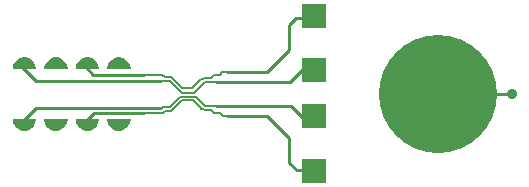
<source format=gtl>
G04*
G04 #@! TF.GenerationSoftware,Altium Limited,Altium Designer,21.2.2 (38)*
G04*
G04 Layer_Physical_Order=1*
G04 Layer_Color=255*
%FSLAX44Y44*%
%MOMM*%
G71*
G04*
G04 #@! TF.SameCoordinates,38469D2A-1F5E-4814-807B-87B784357471*
G04*
G04*
G04 #@! TF.FilePolarity,Positive*
G04*
G01*
G75*
%ADD10R,2.0000X2.0000*%
%ADD11C,10.0000*%
%ADD13C,0.1524*%
%ADD14C,0.2540*%
%ADD15C,0.9000*%
G36*
X-360006Y-21000D02*
Y-22317D01*
X-359325Y-24861D01*
X-358008Y-27142D01*
X-356145Y-29004D01*
X-353864Y-30322D01*
X-351320Y-31003D01*
X-348686D01*
X-346142Y-30322D01*
X-343861Y-29004D01*
X-341999Y-27142D01*
X-340682Y-24861D01*
X-340000Y-22317D01*
Y-21000D01*
D01*
X-360006D01*
D02*
G37*
G36*
X-333506D02*
Y-22317D01*
X-332825Y-24861D01*
X-331508Y-27142D01*
X-329645Y-29004D01*
X-327364Y-30322D01*
X-324820Y-31003D01*
X-322186D01*
X-319642Y-30322D01*
X-317361Y-29004D01*
X-315499Y-27142D01*
X-314182Y-24861D01*
X-313500Y-22317D01*
Y-21000D01*
D01*
X-333506D01*
D02*
G37*
G36*
X-339997Y21000D02*
Y22317D01*
X-340679Y24861D01*
X-341996Y27142D01*
X-343858Y29004D01*
X-346139Y30321D01*
X-348683Y31003D01*
X-351317D01*
X-353861Y30321D01*
X-356142Y29004D01*
X-358004Y27142D01*
X-359321Y24861D01*
X-360003Y22317D01*
Y21000D01*
D01*
X-339997D01*
D02*
G37*
G36*
X-313247D02*
Y22317D01*
X-313929Y24861D01*
X-315245Y27142D01*
X-317108Y29004D01*
X-319389Y30321D01*
X-321933Y31003D01*
X-324567D01*
X-327111Y30321D01*
X-329392Y29004D01*
X-331255Y27142D01*
X-332571Y24861D01*
X-333253Y22317D01*
Y21000D01*
D01*
X-313247D01*
D02*
G37*
G36*
X-95000Y56000D02*
X-115000D01*
Y76000D01*
X-95000D01*
Y56000D01*
D02*
G37*
G36*
X-266139Y30321D02*
X-263858Y29004D01*
X-261996Y27142D01*
X-260679Y24861D01*
X-259997Y22317D01*
Y21000D01*
X-280003D01*
Y22317D01*
X-279321Y24861D01*
X-278004Y27142D01*
X-276142Y29004D01*
X-273861Y30321D01*
X-271317Y31003D01*
X-268683D01*
X-266139Y30321D01*
D02*
G37*
G36*
X-292889D02*
X-290608Y29004D01*
X-288745Y27142D01*
X-287429Y24861D01*
X-286747Y22317D01*
Y21000D01*
X-306753D01*
Y22317D01*
X-306071Y24861D01*
X-304755Y27142D01*
X-302892Y29004D01*
X-300611Y30321D01*
X-298067Y31003D01*
X-295433D01*
X-292889Y30321D01*
D02*
G37*
G36*
X-260000Y-22317D02*
X-260682Y-24861D01*
X-261999Y-27142D01*
X-263861Y-29004D01*
X-266142Y-30322D01*
X-268686Y-31003D01*
X-271320D01*
X-273864Y-30322D01*
X-276145Y-29004D01*
X-278008Y-27142D01*
X-279325Y-24861D01*
X-280006Y-22317D01*
Y-21000D01*
X-260000D01*
Y-22317D01*
D02*
G37*
G36*
X-286750D02*
X-287432Y-24861D01*
X-288749Y-27142D01*
X-290611Y-29004D01*
X-292892Y-30322D01*
X-295436Y-31003D01*
X-298070D01*
X-300614Y-30322D01*
X-302895Y-29004D01*
X-304758Y-27142D01*
X-306075Y-24861D01*
X-306756Y-22317D01*
Y-21000D01*
X-286750D01*
Y-22317D01*
D02*
G37*
D10*
X-105000Y-19000D02*
D03*
Y-65000D02*
D03*
Y20000D02*
D03*
D11*
X0Y0D02*
D03*
D13*
X-232955Y-16330D02*
X-230872Y-14247D01*
X-225622D02*
X-216625Y-5250D01*
X-230872Y-14247D02*
X-225622D01*
X-200187Y-12687D02*
X-198438D01*
X-197125Y-14000D01*
X-207625Y-5250D02*
X-200625Y-12250D01*
X-216625Y-5250D02*
X-207625D01*
X-233250Y-10875D02*
X-226875D01*
X-218250Y-2250D01*
X-205125D01*
X-197125Y-10250D01*
X-248625Y-16330D02*
X-232955D01*
X-197125Y-10250D02*
X-187625D01*
X-188125Y-16500D02*
X-184125D01*
X-189500D02*
X-188125D01*
X-192000Y-14000D02*
X-189500Y-16500D01*
X-197125Y-14000D02*
X-192000D01*
X-184125Y-16500D02*
X-182172Y-18453D01*
X-178422D01*
X-182547Y18203D02*
X-178797D01*
X-184500Y16250D02*
X-182547Y18203D01*
X-178797D02*
X-178750Y18250D01*
X-234375Y11375D02*
X-233625Y10625D01*
X-226625D02*
X-222000Y6000D01*
X-233625Y10625D02*
X-226625D01*
X-200562Y12437D02*
X-198813D01*
X-201000Y12000D02*
X-200562Y12437D01*
X-198813D02*
X-197500Y13750D01*
X-192375D01*
X-189875Y16250D01*
X-188500D01*
X-184500D01*
X-197500Y10000D02*
X-188000D01*
X-206500Y1000D02*
X-197500Y10000D01*
X-231250Y14000D02*
X-226000D01*
X-233330Y16080D02*
X-231250Y14000D01*
X-249000Y16080D02*
X-233330D01*
X-207750Y1000D02*
X-206500D01*
X-217000D02*
X-207750D01*
X-222000Y6000D02*
X-217000Y1000D01*
X-208000Y5000D02*
X-201000Y12000D01*
X-217000Y5000D02*
X-208000D01*
X-226000Y14000D02*
X-217000Y5000D01*
D14*
X0Y0D02*
X250Y250D01*
X62500D01*
X-297875Y-22750D02*
X-291455Y-16330D01*
X-248625D01*
X-142217Y-20842D02*
X-125625Y-37434D01*
X-119625Y-64250D02*
X-107625D01*
X-125625Y-58250D02*
X-119625Y-64250D01*
X-125625Y-58250D02*
Y-37434D01*
X-118435Y-16440D02*
X-112625Y-22250D01*
X-163375Y-18500D02*
X-144559D01*
X-142217Y-20842D01*
X-187625Y-10250D02*
X-124625D01*
X-118435Y-16440D01*
X-340000Y-11625D02*
X-234000D01*
X-351625Y-23250D02*
X-340000Y-11625D01*
X-178375Y-18500D02*
X-163375D01*
X-298250Y22500D02*
Y25250D01*
X-352000Y23000D02*
Y25750D01*
X-178750Y18250D02*
X-163750D01*
X-352000Y23000D02*
X-340375Y11375D01*
X-234375D01*
X-125000Y10000D02*
X-118810Y16190D01*
X-188000Y10000D02*
X-125000D01*
X-144934Y18250D02*
X-142592Y20592D01*
X-163750Y18250D02*
X-144934D01*
X-118810Y16190D02*
X-113000Y22000D01*
X-126000Y37184D02*
Y58000D01*
X-120000Y64000D01*
X-108000D01*
X-142592Y20592D02*
X-126000Y37184D01*
X-118810Y16190D02*
Y16190D01*
X-291830Y16080D02*
X-249000D01*
X-298250Y22500D02*
X-291830Y16080D01*
D15*
X62500Y250D02*
D03*
M02*

</source>
